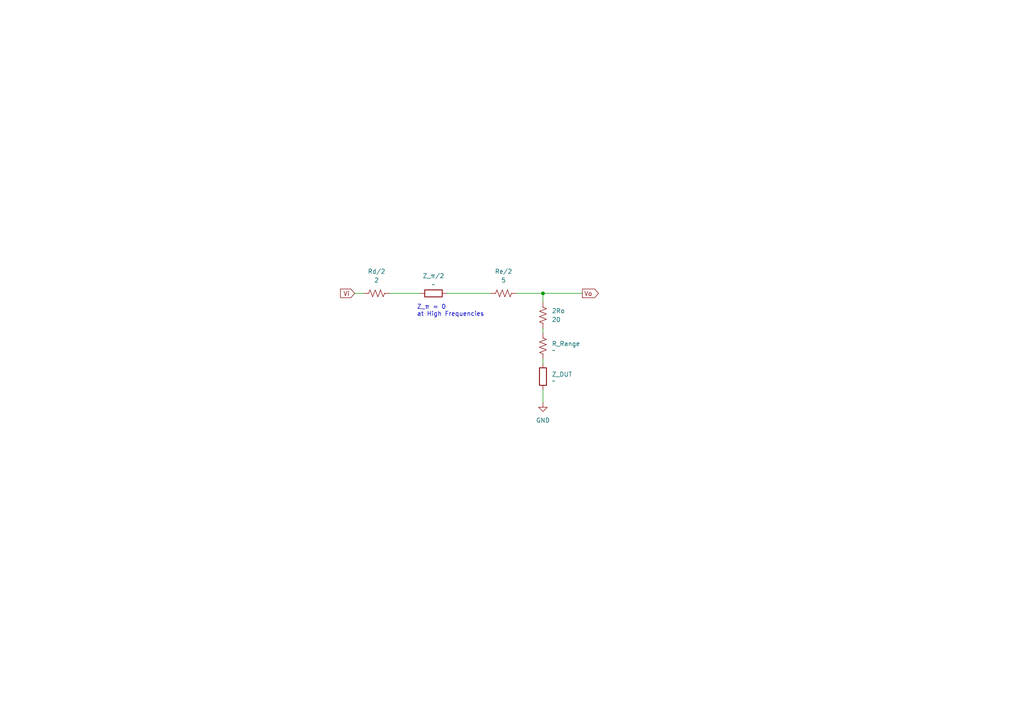
<source format=kicad_sch>
(kicad_sch (version 20231120) (generator "eeschema") (generator_version "8.0")
  (paper "A4")
  (lib_symbols
    (symbol "Device:R" (pin_numbers hide) (pin_names (offset 0))
      (property "Reference" "R" (at 2.032 0 90))
      (property "Value" "R" (at 0 0 90))
      (symbol "R_0_1"
        (rectangle (start -1.016 -2.54) (end 1.016 2.54) (stroke (width 0.254)))
      )
      (symbol "R_1_1"
        (pin passive line (at 0 3.81 270) (length 1.27) (name "~") (number "1"))
        (pin passive line (at 0 -3.81 90) (length 1.27) (name "~") (number "2"))
      )
    )
    (symbol "Device:R_US" (pin_numbers hide) (pin_names (offset 0))
      (property "Reference" "R" (at 2.54 0 90))
      (property "Value" "R_US" (at -2.54 0 90))
      (symbol "R_US_0_1"
        (polyline (pts (xy 0 -2.286) (xy 0 -2.54)))
        (polyline (pts (xy 0 2.286) (xy 0 2.54)))
        (polyline (pts (xy 0 -0.762) (xy 1.016 -1.143) (xy 0 -1.524) (xy -1.016 -1.905) (xy 0 -2.286)))
        (polyline (pts (xy 0 0.762) (xy 1.016 0.381) (xy 0 0) (xy -1.016 -0.381) (xy 0 -0.762)))
        (polyline (pts (xy 0 2.286) (xy 1.016 1.905) (xy 0 1.524) (xy -1.016 1.143) (xy 0 0.762)))
      )
      (symbol "R_US_1_1"
        (pin passive line (at 0 3.81 270) (length 1.27) (name "~") (number "1"))
        (pin passive line (at 0 -3.81 90) (length 1.27) (name "~") (number "2"))
      )
    )
    (symbol "power:GND" (power) (pin_numbers hide) (pin_names (offset 0) hide)
      (property "Value" "GND" (at 0 -3.81 0))
      (symbol "GND_0_1"
        (polyline (pts (xy 0 0) (xy 0 -1.27) (xy 1.27 -1.27) (xy 0 -2.54) (xy -1.27 -1.27) (xy 0 -1.27)))
      )
      (symbol "GND_1_1"
        (pin power_in line (at 0 0 270) (length 0) (name "~") (number "1"))
      )
    )
  )
  (junction (at 157.48 85.09))
  (wire (pts (xy 149.86 85.09) (xy 157.48 85.09)))
  (wire (pts (xy 157.48 104.14) (xy 157.48 105.41)))
  (wire (pts (xy 157.48 85.09) (xy 168.91 85.09)))
  (wire (pts (xy 129.54 85.09) (xy 142.24 85.09)))
  (wire (pts (xy 157.48 95.25) (xy 157.48 96.52)))
  (wire (pts (xy 157.48 85.09) (xy 157.48 87.63)))
  (wire (pts (xy 102.87 85.09) (xy 105.41 85.09)))
  (wire (pts (xy 113.03 85.09) (xy 121.92 85.09)))
  (wire (pts (xy 157.48 113.03) (xy 157.48 116.84)))
  (text "Z_π = 0\nat High Frequencies" (at 120.904 90.17 0) (effects (font (size 1.27 1.27)) (justify left)))
  (global_label "Vo" (shape output) (at 168.91 85.09 0) (property "Intersheetrefs" "${INTERSHEET_REFS}" (effects (hide yes))))
  (global_label "Vi" (shape input) (at 102.87 85.09 180) (property "Intersheetrefs" "${INTERSHEET_REFS}" (effects (hide yes))))
  (symbol (lib_id "Device:R_US") (at 157.48 91.44 180) (unit 1)
    (property "Reference" "2Ro" (at 160.02 90.1699 0) (effects (justify right)))
    (property "Value" "20" (at 160.02 92.7099 0) (effects (justify right)))
    (property "Description" "Resistor, US symbol" (effects (hide yes)))
  )
  (symbol (lib_id "Device:R_US") (at 157.48 100.33 0) (unit 1)
    (property "Reference" "R_Range" (at 160.02 99.6949 0) (effects (justify left)))
    (property "Value" "~" (at 160.02 101.6 0) (effects (justify left)))
    (property "Description" "Resistor, US symbol" (effects (hide yes)))
  )
  (symbol (lib_id "Device:R") (at 125.73 85.09 90) (unit 1)
    (property "Reference" "Z_π/2" (at 125.73 80.01 90))
    (property "Value" "~" (at 125.73 82.55 90))
    (property "Description" "Resistor" (effects (hide yes)))
  )
  (symbol (lib_id "Device:R") (at 157.48 109.22 0) (unit 1)
    (property "Reference" "Z_DUT" (at 160.02 108.5849 0) (effects (justify left)))
    (property "Value" "~" (at 160.02 110.49 0) (effects (justify left)))
    (property "Description" "Resistor" (effects (hide yes)))
  )
  (symbol (lib_id "Device:R_US") (at 146.05 85.09 90) (unit 1)
    (property "Reference" "Re/2" (at 146.05 78.74 90))
    (property "Value" "5" (at 146.05 81.28 90))
    (property "Description" "Resistor, US symbol" (effects (hide yes)))
  )
  (symbol (lib_id "Device:R_US") (at 109.22 85.09 90) (unit 1)
    (property "Reference" "Rd/2" (at 109.22 78.74 90))
    (property "Value" "2" (at 109.22 81.28 90))
    (property "Description" "Resistor, US symbol" (effects (hide yes)))
  )
  (symbol (lib_id "power:GND") (at 157.48 116.84 0) (unit 1)
    (property "Reference" "#PWR012" (effects (hide yes)))
    (property "Value" "GND" (at 157.48 121.92 0))
    (property "Description" "Power symbol creates a global label with name \"GND\" , ground" (effects (hide yes)))
  )
)
</source>
